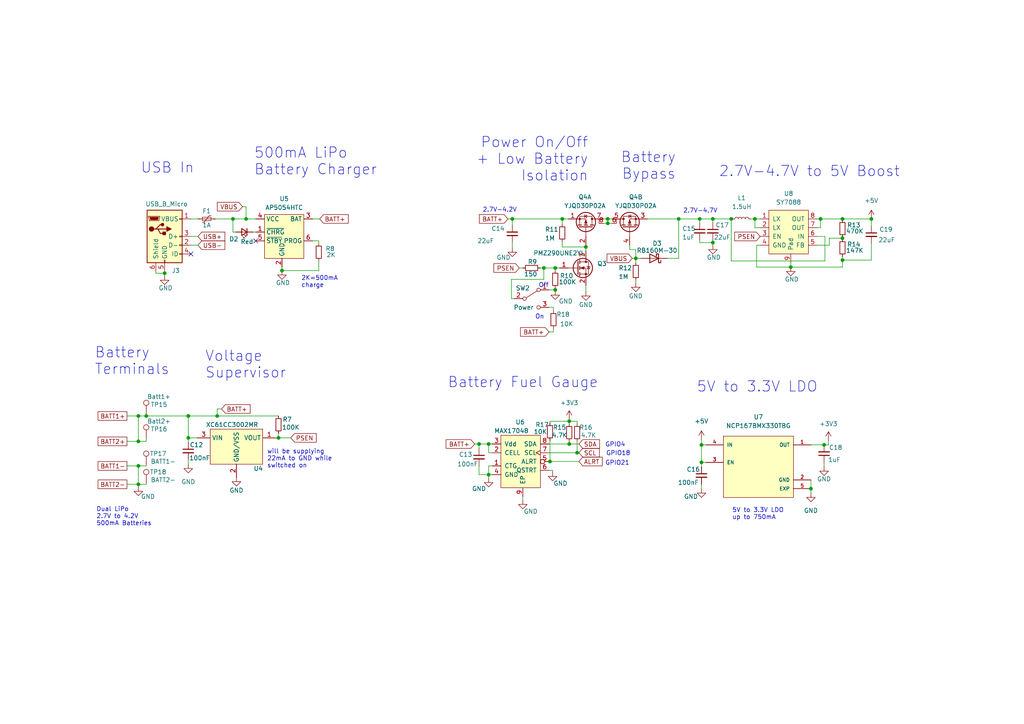
<source format=kicad_sch>
(kicad_sch (version 20211123) (generator eeschema)
  (paper "A4")
  (title_block (title "Team OpenSource Smartglasses") (date "2022-10-14") (rev "V0.4a") (comment 1 "2P Battery Version") (comment 2 "MIT License"))
  (lib_symbols
    (symbol "Connector:TestPoint" (pin_numbers hide) (pin_names (offset 0.762) hide)
      (property "Reference" "TP" (at 0 6.858 0))
      (property "Value" "TestPoint" (at 0 5.08 0))
      (symbol "TestPoint_0_1"
        (circle (center 0 3.302) (radius 0.762))
      )
      (symbol "TestPoint_1_1"
        (pin passive line (at 0 0 90) (length 2.54) (name "1") (number "1"))
      )
    )
    (symbol "Connector:USB_B_Micro" (pin_names (offset 1.016))
      (property "Reference" "J" (at -5.08 11.43 0))
      (property "Value" "USB_B_Micro" (at -5.08 8.89 0))
      (symbol "USB_B_Micro_0_1"
        (rectangle (start -5.08 -7.62) (end 5.08 7.62) (stroke (width 0.254)) (fill (type background)))
        (circle (center -3.81 2.159) (radius 0.635) (stroke (width 0.254)) (fill (type outline)))
        (circle (center -0.635 3.429) (radius 0.381) (stroke (width 0.254)) (fill (type outline)))
        (rectangle (start -0.127 -7.62) (end 0.127 -6.858))
        (polyline (pts (xy -1.905 2.159) (xy 0.635 2.159)) (stroke (width 0.254)))
        (polyline (pts (xy -3.175 2.159) (xy -2.54 2.159) (xy -1.27 3.429) (xy -0.635 3.429)) (stroke (width 0.254)))
        (polyline (pts (xy -2.54 2.159) (xy -1.905 2.159) (xy -1.27 0.889) (xy 0 0.889)) (stroke (width 0.254)))
        (polyline (pts (xy 0.635 2.794) (xy 0.635 1.524) (xy 1.905 2.159) (xy 0.635 2.794)) (stroke (width 0.254)) (fill (type outline)))
        (polyline (pts (xy -4.318 5.588) (xy -1.778 5.588) (xy -2.032 4.826) (xy -4.064 4.826) (xy -4.318 5.588)) (fill (type outline)))
        (polyline (pts (xy -4.699 5.842) (xy -4.699 5.588) (xy -4.445 4.826) (xy -4.445 4.572) (xy -1.651 4.572) (xy -1.651 4.826) (xy -1.397 5.588) (xy -1.397 5.842) (xy -4.699 5.842)))
        (rectangle (start 0.254 1.27) (end -0.508 0.508) (stroke (width 0.254)) (fill (type outline)))
        (rectangle (start 5.08 -5.207) (end 4.318 -4.953))
        (rectangle (start 5.08 -2.667) (end 4.318 -2.413))
        (rectangle (start 5.08 -0.127) (end 4.318 0.127))
        (rectangle (start 5.08 4.953) (end 4.318 5.207))
      )
      (symbol "USB_B_Micro_1_1"
        (pin power_out line (at 7.62 5.08 180) (length 2.54) (name "VBUS") (number "1"))
        (pin bidirectional line (at 7.62 -2.54 180) (length 2.54) (name "D-") (number "2"))
        (pin bidirectional line (at 7.62 0 180) (length 2.54) (name "D+") (number "3"))
        (pin passive line (at 7.62 -5.08 180) (length 2.54) (name "ID") (number "4"))
        (pin power_out line (at 0 -10.16 90) (length 2.54) (name "GND") (number "5"))
        (pin passive line (at -2.54 -10.16 90) (length 2.54) (name "Shield") (number "6"))
      )
    )
    (symbol "Device:C_Small" (pin_numbers hide) (pin_names (offset 0.254) hide)
      (property "Reference" "C" (at 0.254 1.778 0))
      (property "Value" "C_Small" (at 0.254 -2.032 0))
      (symbol "C_Small_0_1"
        (polyline (pts (xy -1.524 -0.508) (xy 1.524 -0.508)) (stroke (width 0.3302)))
        (polyline (pts (xy -1.524 0.508) (xy 1.524 0.508)) (stroke (width 0.3048)))
      )
      (symbol "C_Small_1_1"
        (pin passive line (at 0 2.54 270) (length 2.032) (name "~") (number "1"))
        (pin passive line (at 0 -2.54 90) (length 2.032) (name "~") (number "2"))
      )
    )
    (symbol "Device:D_Schottky" (pin_numbers hide) (pin_names (offset 1.016) hide)
      (property "Reference" "D" (at 0 2.54 0))
      (property "Value" "D_Schottky" (at 0 -2.54 0))
      (symbol "D_Schottky_0_1"
        (polyline (pts (xy 1.27 0) (xy -1.27 0)))
        (polyline (pts (xy 1.27 1.27) (xy 1.27 -1.27) (xy -1.27 0) (xy 1.27 1.27)) (stroke (width 0.254)))
        (polyline (pts (xy -1.905 0.635) (xy -1.905 1.27) (xy -1.27 1.27) (xy -1.27 -1.27) (xy -0.635 -1.27) (xy -0.635 -0.635)) (stroke (width 0.254)))
      )
      (symbol "D_Schottky_1_1"
        (pin passive line (at -3.81 0 0) (length 2.54) (name "K") (number "1"))
        (pin passive line (at 3.81 0 180) (length 2.54) (name "A") (number "2"))
      )
    )
    (symbol "Device:LED_Small" (pin_numbers hide) (pin_names (offset 0.254) hide)
      (property "Reference" "D" (at -1.27 3.175 0))
      (property "Value" "LED_Small" (at -4.445 -2.54 0))
      (symbol "LED_Small_0_1"
        (polyline (pts (xy -0.762 -1.016) (xy -0.762 1.016)) (stroke (width 0.254)))
        (polyline (pts (xy 1.016 0) (xy -0.762 0)))
        (polyline (pts (xy 0.762 -1.016) (xy -0.762 0) (xy 0.762 1.016) (xy 0.762 -1.016)) (stroke (width 0.254)))
        (polyline (pts (xy 0 0.762) (xy -0.508 1.27) (xy -0.254 1.27) (xy -0.508 1.27) (xy -0.508 1.016)))
        (polyline (pts (xy 0.508 1.27) (xy 0 1.778) (xy 0.254 1.778) (xy 0 1.778) (xy 0 1.524)))
      )
      (symbol "LED_Small_1_1"
        (pin passive line (at -2.54 0 0) (length 1.778) (name "K") (number "1"))
        (pin passive line (at 2.54 0 180) (length 1.778) (name "A") (number "2"))
      )
    )
    (symbol "Device:L_Small" (pin_numbers hide) (pin_names (offset 0.254) hide)
      (property "Reference" "L" (at 0.762 1.016 0))
      (property "Value" "L_Small" (at 0.762 -1.016 0))
      (symbol "L_Small_0_1"
        (arc (start 0 -2.032) (mid 0.508 -1.524) (end 0 -1.016))
        (arc (start 0 -1.016) (mid 0.508 -0.508) (end 0 0))
        (arc (start 0 0) (mid 0.508 0.508) (end 0 1.016))
        (arc (start 0 1.016) (mid 0.508 1.524) (end 0 2.032))
      )
      (symbol "L_Small_1_1"
        (pin passive line (at 0 2.54 270) (length 0.508) (name "~") (number "1"))
        (pin passive line (at 0 -2.54 90) (length 0.508) (name "~") (number "2"))
      )
    )
    (symbol "Device:Polyfuse_Small" (pin_numbers hide) (pin_names (offset 0))
      (property "Reference" "F" (at -1.905 0 90))
      (property "Value" "Polyfuse_Small" (at 1.905 0 90))
      (symbol "Polyfuse_Small_0_1"
        (rectangle (start -0.508 1.27) (end 0.508 -1.27))
        (polyline (pts (xy 0 2.54) (xy 0 -2.54)))
        (polyline (pts (xy -1.016 1.27) (xy -1.016 0.762) (xy 1.016 -0.762) (xy 1.016 -1.27)))
      )
      (symbol "Polyfuse_Small_1_1"
        (pin passive line (at 0 2.54 270) (length 0.635) (name "~") (number "1"))
        (pin passive line (at 0 -2.54 90) (length 0.635) (name "~") (number "2"))
      )
    )
    (symbol "Device:R_Small" (pin_numbers hide) (pin_names (offset 0.254) hide)
      (property "Reference" "R" (at 0.762 0.508 0))
      (property "Value" "R_Small" (at 0.762 -1.016 0))
      (symbol "R_Small_0_1"
        (rectangle (start -0.762 1.778) (end 0.762 -1.778) (stroke (width 0.2032)))
      )
      (symbol "R_Small_1_1"
        (pin passive line (at 0 2.54 270) (length 0.762) (name "~") (number "1"))
        (pin passive line (at 0 -2.54 90) (length 0.762) (name "~") (number "2"))
      )
    )
    (symbol "MAX17048_1" (pin_names (offset 1.016))
      (property "Reference" "U" (at 3.81 -10.16 0))
      (property "Value" "MAX17048_1" (at 0 7.62 0))
      (symbol "MAX17048_1_0_1"
        (rectangle (start -5.08 6.35) (end 6.35 -8.89) (fill (type background)))
      )
      (symbol "MAX17048_1_1_1"
        (pin input line (at -7.62 -2.54 0) (length 2.54) (name "CTG") (number "1"))
        (pin input line (at -7.62 1.27 0) (length 2.54) (name "CELL") (number "2"))
        (pin power_in line (at -7.62 3.81 0) (length 2.54) (name "Vdd") (number "3"))
        (pin power_in line (at -7.62 -5.08 0) (length 2.54) (name "GND") (number "4"))
        (pin output inverted (at 8.89 -1.27 180) (length 2.54) (name "ALRT") (number "5"))
        (pin input line (at 8.89 -3.81 180) (length 2.54) (name "QSTRT") (number "6"))
        (pin input clock (at 8.89 1.27 180) (length 2.54) (name "SCL") (number "7"))
        (pin bidirectional line (at 8.89 3.81 180) (length 2.54) (name "SDA") (number "8"))
        (pin power_in line (at 1.27 -11.43 90) (length 2.54) (name "EP") (number "9"))
      )
    )
    (symbol "NCP167BMX330TBG:NCP167BMX330TBG" (pin_names (offset 1.016))
      (property "Reference" "U" (at -10.16 7.62 0))
      (property "Value" "NCP167BMX330TBG" (at -10.16 -12.7 0))
      (symbol "NCP167BMX330TBG_0_0"
        (rectangle (start -10.16 -10.16) (end 10.16 7.62) (stroke (width 0.1524)) (fill (type background)))
        (pin output line (at 15.24 5.08 180) (length 5.08) (name "OUT") (number "1"))
        (pin power_in line (at 15.24 -5.08 180) (length 5.08) (name "GND") (number "2"))
        (pin input line (at -15.24 0 0) (length 5.08) (name "EN") (number "3"))
        (pin input line (at -15.24 5.08 0) (length 5.08) (name "IN") (number "4"))
        (pin power_in line (at 15.24 -7.62 180) (length 5.08) (name "EXP") (number "5"))
      )
    )
    (symbol "OSSG_components_lib:AP5054HTC"
      (property "Reference" "U" (at 0 8.89 0))
      (property "Value" "AP5054HTC" (at 0 6.35 0))
      (symbol "AP5054HTC_0_1"
        (rectangle (start -5.08 5.08) (end 6.35 -7.62) (fill (type background)))
      )
      (symbol "AP5054HTC_1_1"
        (pin output line (at -7.62 0 0) (length 2.54) (name "~{CHRG}") (number "1"))
        (pin power_in line (at 0 -10.16 90) (length 2.54) (name "GND") (number "2"))
        (pin power_in line (at 8.89 3.81 180) (length 2.54) (name "BAT") (number "3"))
        (pin power_in line (at -7.62 3.81 0) (length 2.54) (name "VCC") (number "4"))
        (pin output line (at -7.62 -2.54 0) (length 2.54) (name "~{STBY}") (number "5"))
        (pin passive line (at 8.89 -2.54 180) (length 2.54) (name "PROG") (number "6"))
      )
    )
    (symbol "OSSG_components_lib:PMZ290UNE2YL" (pin_names (offset 0) hide)
      (property "Reference" "Q" (at 5.08 1.27 0))
      (property "Value" "PMZ290UNE2YL" (at 5.08 -1.27 0))
      (symbol "PMZ290UNE2YL_0_1"
        (polyline (pts (xy 0.254 0) (xy -2.54 0)))
        (polyline (pts (xy 0.254 1.905) (xy 0.254 -1.905)) (stroke (width 0.254)))
        (polyline (pts (xy 0.762 -1.27) (xy 0.762 -2.286)) (stroke (width 0.254)))
        (polyline (pts (xy 0.762 0.508) (xy 0.762 -0.508)) (stroke (width 0.254)))
        (polyline (pts (xy 0.762 2.286) (xy 0.762 1.27)) (stroke (width 0.254)))
        (polyline (pts (xy 2.54 2.54) (xy 2.54 1.778)))
        (polyline (pts (xy 2.54 -2.54) (xy 2.54 0) (xy 0.762 0)))
        (polyline (pts (xy 0.762 -1.778) (xy 3.302 -1.778) (xy 3.302 1.778) (xy 0.762 1.778)))
        (polyline (pts (xy 1.016 0) (xy 2.032 0.381) (xy 2.032 -0.381) (xy 1.016 0)) (fill (type outline)))
        (polyline (pts (xy 2.794 0.508) (xy 2.921 0.381) (xy 3.683 0.381) (xy 3.81 0.254)))
        (polyline (pts (xy 3.302 0.381) (xy 2.921 -0.254) (xy 3.683 -0.254) (xy 3.302 0.381)))
        (circle (center 1.651 0) (radius 2.794) (stroke (width 0.254)))
        (circle (center 2.54 -1.778) (radius 0.254) (fill (type outline)))
        (circle (center 2.54 1.778) (radius 0.254) (fill (type outline)))
      )
      (symbol "PMZ290UNE2YL_1_1"
        (pin input line (at -5.08 0 0) (length 2.54) (name "G") (number "1"))
        (pin passive line (at 2.54 -5.08 90) (length 2.54) (name "S") (number "2"))
        (pin passive line (at 2.54 5.08 270) (length 2.54) (name "D") (number "3"))
      )
    )
    (symbol "OSSG_components_lib:SY7088" (pin_names (offset 1.016))
      (property "Reference" "U" (at -3.81 -7.62 0))
      (property "Value" "SY7088" (at 0 7.62 0))
      (symbol "SY7088_0_1"
        (rectangle (start -6.35 6.35) (end 5.08 -6.35) (fill (type background)))
      )
      (symbol "SY7088_1_1"
        (pin input line (at -8.89 3.81 0) (length 2.54) (name "LX") (number "1"))
        (pin input line (at -8.89 1.27 0) (length 2.54) (name "LX") (number "2"))
        (pin input line (at -8.89 -1.27 0) (length 2.54) (name "EN") (number "3"))
        (pin input line (at -8.89 -3.81 0) (length 2.54) (name "GND") (number "4"))
        (pin input line (at 7.62 -3.81 180) (length 2.54) (name "FB") (number "5"))
        (pin input line (at 7.62 -1.27 180) (length 2.54) (name "IN") (number "6"))
        (pin input line (at 7.62 1.27 180) (length 2.54) (name "OUT") (number "7"))
        (pin input line (at 7.62 3.81 180) (length 2.54) (name "OUT") (number "8"))
        (pin input line (at 0 -8.89 90) (length 2.54) (name "Pad") (number "9"))
      )
    )
    (symbol "OSSG_components_lib:XC61C_voltage_supervisor"
      (property "Reference" "U" (at 7.62 5.08 0))
      (property "Value" "XC61C_voltage_supervisor" (at 0 7.62 0))
      (symbol "XC61C_voltage_supervisor_1_1"
        (rectangle (start -7.62 3.81) (end 7.62 -6.35) (fill (type background)))
        (pin input line (at -11.43 1.27 0) (length 3.81) (name "VOUT") (number "1"))
        (pin bidirectional line (at 0 -10.16 90) (length 3.81) (name "GND/VSS") (number "2"))
        (pin bidirectional line (at 11.43 1.27 180) (length 3.81) (name "VIN") (number "3"))
      )
    )
    (symbol "OSSG_components_lib:YJQD30P02A" (pin_names (offset 0) hide)
      (property "Reference" "Q" (at 6.35 1.27 0))
      (property "Value" "YJQD30P02A" (at 19.05 -1.27 0))
      (symbol "YJQD30P02A_0_1"
        (polyline (pts (xy 0.254 0) (xy -2.54 0)))
        (polyline (pts (xy 0.254 1.905) (xy 0.254 -1.905)) (stroke (width 0.254)))
        (polyline (pts (xy 0.762 -1.27) (xy 0.762 -2.286)) (stroke (width 0.254)))
        (polyline (pts (xy 0.762 0.508) (xy 0.762 -0.508)) (stroke (width 0.254)))
        (polyline (pts (xy 0.762 2.286) (xy 0.762 1.27)) (stroke (width 0.254)))
        (polyline (pts (xy 1.27 3.81) (xy 2.54 3.81)))
        (polyline (pts (xy 2.54 2.54) (xy 2.54 1.778)))
        (polyline (pts (xy 2.54 -2.54) (xy 2.54 0) (xy 0.762 0)))
        (polyline (pts (xy 0.762 1.778) (xy 3.302 1.778) (xy 3.302 -1.778) (xy 0.762 -1.778)))
        (polyline (pts (xy 2.286 0) (xy 1.27 0.381) (xy 1.27 -0.381) (xy 2.286 0)) (fill (type outline)))
        (polyline (pts (xy 2.794 -0.508) (xy 2.921 -0.381) (xy 3.683 -0.381) (xy 3.81 -0.254)))
        (polyline (pts (xy 3.302 -0.381) (xy 2.921 0.254) (xy 3.683 0.254) (xy 3.302 -0.381)))
        (circle (center 1.651 0) (radius 2.794) (stroke (width 0.254)))
        (circle (center 2.54 -1.778) (radius 0.254) (fill (type outline)))
        (circle (center 2.54 1.778) (radius 0.254) (fill (type outline)))
      )
      (symbol "YJQD30P02A_1_1"
        (pin passive line (at 2.54 -5.08 90) (length 2.54) (name "S2") (number "1"))
        (pin input line (at -5.08 0 0) (length 2.54) (name "G2") (number "2"))
        (pin passive line (at 2.54 5.08 270) (length 2.54) (name "D2") (number "7"))
        (pin passive line (at 1.27 5.08 270) (length 1.1938) (name "D2") (number "8"))
      )
      (symbol "YJQD30P02A_2_1"
        (pin passive line (at 2.54 -5.08 90) (length 2.54) (name "S2") (number "3"))
        (pin input line (at -5.08 0 0) (length 2.54) (name "G2") (number "4"))
        (pin passive line (at 2.54 5.08 270) (length 2.54) (name "D2") (number "5"))
        (pin passive line (at 1.27 5.08 270) (length 1.1938) (name "D2") (number "6"))
      )
    )
    (symbol "Switch:SW_SPDT" (pin_names (offset 0) hide)
      (property "Reference" "SW" (at 0 4.318 0))
      (property "Value" "SW_SPDT" (at 0 -5.08 0))
      (symbol "SW_SPDT_0_0"
        (circle (center -2.032 0) (radius 0.508))
        (circle (center 2.032 -2.54) (radius 0.508))
      )
      (symbol "SW_SPDT_0_1"
        (polyline (pts (xy -1.524 0.254) (xy 1.651 2.286)))
        (circle (center 2.032 2.54) (radius 0.508))
      )
      (symbol "SW_SPDT_1_1"
        (pin passive line (at 5.08 2.54 180) (length 2.54) (name "A") (number "1"))
        (pin passive line (at -5.08 0 0) (length 2.54) (name "B") (number "2"))
        (pin passive line (at 5.08 -2.54 180) (length 2.54) (name "C") (number "3"))
      )
    )
    (symbol "power:+3.3V" (power) (pin_names (offset 0))
      (property "Value" "+3.3V" (at 0 3.556 0))
      (symbol "+3.3V_0_1"
        (polyline (pts (xy -0.762 1.27) (xy 0 2.54)))
        (polyline (pts (xy 0 0) (xy 0 2.54)))
        (polyline (pts (xy 0 2.54) (xy 0.762 1.27)))
      )
      (symbol "+3.3V_1_1"
        (pin power_in line (at 0 0 90) (length 0) hide (name "+3V3") (number "1"))
      )
    )
    (symbol "power:+5V" (power) (pin_names (offset 0))
      (property "Value" "+5V" (at 0 3.556 0))
      (symbol "+5V_0_1"
        (polyline (pts (xy -0.762 1.27) (xy 0 2.54)))
        (polyline (pts (xy 0 0) (xy 0 2.54)))
        (polyline (pts (xy 0 2.54) (xy 0.762 1.27)))
      )
      (symbol "+5V_1_1"
        (pin power_in line (at 0 0 90) (length 0) hide (name "+5V") (number "1"))
      )
    )
    (symbol "power:GND" (power) (pin_names (offset 0))
      (property "Value" "GND" (at 0 -3.81 0))
      (symbol "GND_0_1"
        (polyline (pts (xy 0 0) (xy 0 -1.27) (xy 1.27 -1.27) (xy 0 -2.54) (xy -1.27 -1.27) (xy 0 -1.27)))
      )
      (symbol "GND_1_1"
        (pin power_in line (at 0 0 270) (length 0) hide (name "GND") (number "1"))
      )
    )
  )
  (junction (at 67.564 63.5))
  (junction (at 229.362 77.47))
  (junction (at 176.276 64.77))
  (junction (at 244.348 75.438))
  (junction (at 244.348 69.088))
  (junction (at 141.732 137.668))
  (junction (at 218.948 63.5))
  (junction (at 54.61 127))
  (junction (at 54.61 120.65))
  (junction (at 161.036 84.074))
  (junction (at 196.85 63.5))
  (junction (at 81.788 78.486))
  (junction (at 141.732 128.778))
  (junction (at 40.132 140.462))
  (junction (at 71.374 63.5))
  (junction (at 252.73 63.5))
  (junction (at 203.454 134.112))
  (junction (at 138.938 128.778))
  (junction (at 206.756 63.5))
  (junction (at 202.946 63.5))
  (junction (at 239.014 129.032))
  (junction (at 212.09 63.5))
  (junction (at 62.992 120.65))
  (junction (at 165.1 122.174))
  (junction (at 40.132 120.65))
  (junction (at 163.068 63.5))
  (junction (at 167.386 131.318))
  (junction (at 42.418 120.65))
  (junction (at 203.454 129.032))
  (junction (at 237.998 63.5))
  (junction (at 176.276 63.5))
  (junction (at 169.926 71.628))
  (junction (at 157.734 77.724))
  (junction (at 244.348 63.5))
  (junction (at 40.132 135.128))
  (junction (at 47.752 79.248))
  (junction (at 148.59 63.5))
  (junction (at 40.132 128.016))
  (junction (at 184.404 74.93))
  (junction (at 165.1 128.778))
  (junction (at 161.036 77.724))
  (junction (at 206.756 70.358))
  (junction (at 80.772 127))
  (junction (at 235.204 141.732))
  (junction (at 159.512 133.858))
  (no_connect (at 55.372 73.66))
  (no_connect (at 74.168 69.85))
  (wire (pts (xy 42.418 120.65) (xy 42.418 120.142)))
  (wire (pts (xy 169.926 82.804) (xy 169.926 84.582)))
  (wire (pts (xy 202.946 70.358) (xy 206.756 70.358)))
  (wire (pts (xy 159.258 128.778) (xy 165.1 128.778)))
  (wire (pts (xy 206.756 63.5) (xy 206.756 64.516)))
  (wire (pts (xy 239.268 75.692) (xy 239.268 68.58)))
  (wire (pts (xy 42.418 120.65) (xy 54.61 120.65)))
  (wire (pts (xy 142.748 131.318) (xy 141.732 131.318)))
  (wire (pts (xy 229.362 77.47) (xy 229.362 76.2)))
  (wire (pts (xy 141.732 131.318) (xy 141.732 128.778)))
  (wire (pts (xy 244.348 74.422) (xy 244.348 75.438)))
  (wire (pts (xy 148.59 70.358) (xy 148.59 71.882)))
  (wire (pts (xy 40.132 120.65) (xy 36.83 120.65)))
  (wire (pts (xy 203.454 134.112) (xy 203.454 135.382)))
  (wire (pts (xy 159.258 89.154) (xy 160.528 89.154)))
  (wire (pts (xy 239.014 129.032) (xy 240.284 129.032)))
  (wire (pts (xy 138.938 135.128) (xy 138.938 137.668)))
  (wire (pts (xy 220.472 66.04) (xy 218.948 66.04)))
  (wire (pts (xy 244.348 63.5) (xy 244.348 63.754)))
  (wire (pts (xy 235.204 141.732) (xy 235.204 143.002)))
  (wire (pts (xy 212.09 63.5) (xy 212.09 75.692)))
  (wire (pts (xy 54.61 133.35) (xy 54.61 134.62)))
  (wire (pts (xy 73.406 67.31) (xy 74.168 67.31)))
  (wire (pts (xy 40.132 135.128) (xy 40.132 140.462)))
  (wire (pts (xy 141.732 128.778) (xy 142.748 128.778)))
  (wire (pts (xy 42.418 140.462) (xy 40.132 140.462)))
  (wire (pts (xy 184.404 72.39) (xy 184.404 74.93)))
  (wire (pts (xy 62.484 63.5) (xy 67.564 63.5)))
  (wire (pts (xy 239.268 68.58) (xy 236.982 68.58)))
  (wire (pts (xy 156.718 77.724) (xy 157.734 77.724)))
  (wire (pts (xy 193.548 74.93) (xy 196.85 74.93)))
  (wire (pts (xy 204.724 134.112) (xy 203.454 134.112)))
  (wire (pts (xy 182.626 71.12) (xy 182.626 72.39)))
  (wire (pts (xy 80.772 125.73) (xy 80.772 127)))
  (wire (pts (xy 54.61 127) (xy 54.61 128.27)))
  (wire (pts (xy 42.418 127.254) (xy 42.418 128.016)))
  (wire (pts (xy 161.036 84.074) (xy 161.036 84.328)))
  (wire (pts (xy 151.638 144.018) (xy 151.638 145.034)))
  (wire (pts (xy 184.404 81.28) (xy 184.404 82.042)))
  (wire (pts (xy 182.626 72.39) (xy 184.404 72.39)))
  (wire (pts (xy 67.564 63.5) (xy 71.374 63.5)))
  (wire (pts (xy 42.418 140.208) (xy 42.418 140.462)))
  (wire (pts (xy 90.678 63.5) (xy 92.71 63.5)))
  (wire (pts (xy 150.622 77.724) (xy 151.638 77.724)))
  (wire (pts (xy 176.276 63.5) (xy 177.546 63.5)))
  (wire (pts (xy 167.386 131.318) (xy 167.894 131.318)))
  (wire (pts (xy 71.374 59.944) (xy 71.374 63.5)))
  (wire (pts (xy 157.734 81.026) (xy 157.734 77.724)))
  (wire (pts (xy 165.1 122.174) (xy 167.386 122.174)))
  (wire (pts (xy 218.948 63.5) (xy 220.472 63.5)))
  (wire (pts (xy 176.276 64.77) (xy 177.546 64.77)))
  (wire (pts (xy 159.258 131.318) (xy 167.386 131.318)))
  (wire (pts (xy 184.404 74.93) (xy 184.404 76.2)))
  (wire (pts (xy 165.1 122.936) (xy 165.1 122.174)))
  (wire (pts (xy 163.068 63.5) (xy 164.846 63.5)))
  (wire (pts (xy 138.938 128.778) (xy 141.732 128.778)))
  (wire (pts (xy 206.756 69.596) (xy 206.756 70.358)))
  (wire (pts (xy 57.15 127) (xy 54.61 127)))
  (wire (pts (xy 175.006 63.5) (xy 176.276 63.5)))
  (wire (pts (xy 236.982 63.5) (xy 237.998 63.5)))
  (wire (pts (xy 220.472 71.12) (xy 219.456 71.12)))
  (wire (pts (xy 240.284 127.762) (xy 240.284 129.032)))
  (wire (pts (xy 212.598 63.5) (xy 212.09 63.5)))
  (wire (pts (xy 219.456 71.12) (xy 219.456 77.47)))
  (wire (pts (xy 169.926 71.12) (xy 169.926 71.628)))
  (wire (pts (xy 80.772 120.65) (xy 62.992 120.65)))
  (wire (pts (xy 161.036 77.724) (xy 162.306 77.724)))
  (wire (pts (xy 62.992 118.618) (xy 64.262 118.618)))
  (wire (pts (xy 206.756 70.358) (xy 206.756 71.12)))
  (wire (pts (xy 157.734 77.724) (xy 161.036 77.724)))
  (wire (pts (xy 244.348 69.088) (xy 244.348 69.342)))
  (wire (pts (xy 212.09 63.5) (xy 206.756 63.5)))
  (wire (pts (xy 40.132 140.462) (xy 40.132 141.224)))
  (wire (pts (xy 237.998 63.5) (xy 244.348 63.5)))
  (wire (pts (xy 55.372 71.12) (xy 57.404 71.12)))
  (wire (pts (xy 203.454 129.032) (xy 204.724 129.032)))
  (wire (pts (xy 159.258 133.858) (xy 159.512 133.858)))
  (wire (pts (xy 203.454 140.462) (xy 203.454 141.732)))
  (wire (pts (xy 159.258 84.074) (xy 161.036 84.074)))
  (wire (pts (xy 165.1 121.666) (xy 165.1 122.174)))
  (wire (pts (xy 36.83 135.128) (xy 40.132 135.128)))
  (wire (pts (xy 160.528 89.154) (xy 160.528 90.17)))
  (wire (pts (xy 167.386 122.174) (xy 167.386 122.936)))
  (wire (pts (xy 184.404 74.93) (xy 185.928 74.93)))
  (wire (pts (xy 138.938 128.778) (xy 138.938 130.048)))
  (wire (pts (xy 55.372 68.58) (xy 57.404 68.58)))
  (wire (pts (xy 40.132 120.65) (xy 40.132 128.016)))
  (wire (pts (xy 148.59 63.5) (xy 148.59 65.278)))
  (wire (pts (xy 237.998 66.04) (xy 236.982 66.04)))
  (wire (pts (xy 159.512 133.858) (xy 167.894 133.858)))
  (wire (pts (xy 206.756 63.5) (xy 202.946 63.5)))
  (wire (pts (xy 62.992 118.618) (xy 62.992 120.65)))
  (wire (pts (xy 159.258 136.398) (xy 160.274 136.398)))
  (wire (pts (xy 90.678 69.85) (xy 92.456 69.85)))
  (wire (pts (xy 240.538 69.088) (xy 244.348 69.088)))
  (wire (pts (xy 163.068 70.104) (xy 163.068 71.628)))
  (wire (pts (xy 36.83 128.016) (xy 40.132 128.016)))
  (wire (pts (xy 244.348 69.088) (xy 244.348 68.834)))
  (wire (pts (xy 138.938 137.668) (xy 141.732 137.668)))
  (wire (pts (xy 183.388 74.93) (xy 184.404 74.93)))
  (wire (pts (xy 148.59 63.5) (xy 163.068 63.5)))
  (wire (pts (xy 148.336 86.614) (xy 149.098 86.614)))
  (wire (pts (xy 196.85 63.5) (xy 196.85 74.93)))
  (wire (pts (xy 159.258 96.266) (xy 160.528 96.266)))
  (wire (pts (xy 42.418 135.128) (xy 42.418 134.874)))
  (wire (pts (xy 237.998 63.5) (xy 237.998 66.04)))
  (wire (pts (xy 161.036 77.724) (xy 161.036 78.486)))
  (wire (pts (xy 165.1 128.016) (xy 165.1 128.778)))
  (wire (pts (xy 163.068 63.5) (xy 163.068 65.024)))
  (wire (pts (xy 217.678 63.5) (xy 218.948 63.5)))
  (wire (pts (xy 80.772 127) (xy 80.01 127)))
  (wire (pts (xy 148.336 81.026) (xy 157.734 81.026)))
  (wire (pts (xy 240.538 71.12) (xy 240.538 69.088)))
  (wire (pts (xy 80.772 127) (xy 84.328 127)))
  (wire (pts (xy 167.386 131.318) (xy 167.386 128.016)))
  (wire (pts (xy 203.454 127.508) (xy 203.454 129.032)))
  (wire (pts (xy 147.32 63.5) (xy 148.59 63.5)))
  (wire (pts (xy 176.276 63.5) (xy 176.276 64.77)))
  (wire (pts (xy 244.348 75.438) (xy 244.348 77.47)))
  (wire (pts (xy 235.204 129.032) (xy 239.014 129.032)))
  (wire (pts (xy 40.132 135.128) (xy 42.418 135.128)))
  (wire (pts (xy 141.732 135.128) (xy 141.732 137.668)))
  (wire (pts (xy 236.982 71.12) (xy 240.538 71.12)))
  (wire (pts (xy 159.512 122.682) (xy 159.512 122.174)))
  (wire (pts (xy 169.926 71.628) (xy 169.926 72.644)))
  (wire (pts (xy 160.274 136.398) (xy 160.274 136.906)))
  (wire (pts (xy 40.132 120.65) (xy 42.418 120.65)))
  (wire (pts (xy 244.348 77.47) (xy 229.362 77.47)))
  (wire (pts (xy 244.348 63.5) (xy 252.73 63.5)))
  (wire (pts (xy 142.748 135.128) (xy 141.732 135.128)))
  (wire (pts (xy 175.006 64.77) (xy 176.276 64.77)))
  (wire (pts (xy 212.09 75.692) (xy 239.268 75.692)))
  (wire (pts (xy 71.374 63.5) (xy 74.168 63.5)))
  (wire (pts (xy 141.732 137.668) (xy 141.732 138.684)))
  (wire (pts (xy 55.372 63.5) (xy 57.404 63.5)))
  (wire (pts (xy 196.85 63.5) (xy 202.946 63.5)))
  (wire (pts (xy 137.668 128.778) (xy 138.938 128.778)))
  (wire (pts (xy 202.946 63.5) (xy 202.946 64.516)))
  (wire (pts (xy 165.1 128.778) (xy 167.894 128.778)))
  (wire (pts (xy 141.732 137.668) (xy 142.748 137.668)))
  (wire (pts (xy 92.456 75.692) (xy 92.456 78.486)))
  (wire (pts (xy 47.752 79.248) (xy 47.752 80.01)))
  (wire (pts (xy 68.326 67.31) (xy 67.564 67.31)))
  (wire (pts (xy 160.528 96.266) (xy 160.528 95.25)))
  (wire (pts (xy 148.336 81.026) (xy 148.336 86.614)))
  (wire (pts (xy 47.752 78.74) (xy 47.752 79.248)))
  (wire (pts (xy 45.212 79.248) (xy 45.212 78.74)))
  (wire (pts (xy 252.73 75.438) (xy 244.348 75.438)))
  (wire (pts (xy 235.204 139.192) (xy 235.204 141.732)))
  (wire (pts (xy 36.83 140.462) (xy 40.132 140.462)))
  (wire (pts (xy 47.752 79.248) (xy 45.212 79.248)))
  (wire (pts (xy 161.036 83.566) (xy 161.036 84.074)))
  (wire (pts (xy 81.788 78.486) (xy 81.788 77.47)))
  (wire (pts (xy 187.706 63.5) (xy 196.85 63.5)))
  (wire (pts (xy 54.61 120.65) (xy 54.61 127)))
  (wire (pts (xy 92.456 69.85) (xy 92.456 70.612)))
  (wire (pts (xy 92.456 78.486) (xy 81.788 78.486)))
  (wire (pts (xy 203.454 134.112) (xy 203.454 129.032)))
  (wire (pts (xy 252.73 70.612) (xy 252.73 75.438)))
  (wire (pts (xy 163.068 71.628) (xy 169.926 71.628)))
  (wire (pts (xy 218.948 66.04) (xy 218.948 63.5)))
  (wire (pts (xy 159.512 122.174) (xy 165.1 122.174)))
  (wire (pts (xy 219.456 77.47) (xy 229.362 77.47)))
  (wire (pts (xy 70.358 59.944) (xy 71.374 59.944)))
  (wire (pts (xy 252.73 63.5) (xy 252.73 65.532)))
  (wire (pts (xy 62.992 120.65) (xy 54.61 120.65)))
  (wire (pts (xy 239.014 134.112) (xy 239.014 135.382)))
  (wire (pts (xy 159.512 127.762) (xy 159.512 133.858)))
  (wire (pts (xy 67.564 67.31) (xy 67.564 63.5)))
  (wire (pts (xy 202.946 69.596) (xy 202.946 70.358)))
  (wire (pts (xy 42.418 128.016) (xy 40.132 128.016)))
  (text "USB In" (at 56.388 50.546 180) (effects (font (size 3 3)) (justify right bottom)))
  (text "Battery Fuel Gauge\n" (at 129.794 112.776 0) (effects (font (size 3 3)) (justify left bottom)))
  (text "2.7V-4.7V to 5V Boost" (at 261.112 51.562 180) (effects (font (size 3 3)) (justify right bottom)))
  (text "5V to 3.3V LDO" (at 237.236 114.046 180) (effects (font (size 3 3)) (justify right bottom)))
  (text "Power On/Off\n+ Low Battery\nIsolation" (at 170.688 52.832 180) (effects (font (size 3 3)) (justify right bottom)))
  (text "2.7V-4.2V" (at 139.954 61.722 0) (effects (font (size 1.27 1.27)) (justify left bottom)))
  (text "GPIO18" (at 175.768 132.334 0) (effects (font (size 1.27 1.27)) (justify left bottom)))
  (text "5V to 3.3V LDO\nup to 750mA" (at 212.344 150.876 0) (effects (font (size 1.27 1.27)) (justify left bottom)))
  (text "Off" (at 156.21 83.566 0) (effects (font (size 1.27 1.27)) (justify left bottom)))
  (text "Battery\nBypass" (at 196.088 52.324 180) (effects (font (size 3 3)) (justify right bottom)))
  (text "Dual LiPo\n2.7V to 4.2V \n500mA Batteries" (at 27.94 152.654 0) (effects (font (size 1.27 1.27)) (justify left bottom)))
  (text "2K=500mA\ncharge" (at 87.376 83.566 0) (effects (font (size 1.27 1.27)) (justify left bottom)))
  (text "Battery\nTerminals" (at 27.432 108.966 0) (effects (font (size 3 3)) (justify left bottom)))
  (text "Voltage\nSupervisor" (at 59.436 109.982 0) (effects (font (size 3 3)) (justify left bottom)))
  (text "GPIO4" (at 175.514 129.794 0) (effects (font (size 1.27 1.27)) (justify left bottom)))
  (text "500mA LiPo\nBattery Charger" (at 73.66 51.054 0) (effects (font (size 3 3)) (justify left bottom)))
  (text "On" (at 155.194 92.71 0) (effects (font (size 1.27 1.27)) (justify left bottom)))
  (text "GPIO21" (at 175.514 135.128 0) (effects (font (size 1.27 1.27)) (justify left bottom)))
  (text "will be supplying\n22mA to GND while\nswitched on" (at 77.47 135.89 0) (effects (font (size 1.27 1.27)) (justify left bottom)))
  (text "2.7V-4.7V" (at 198.12 61.976 0) (effects (font (size 1.27 1.27)) (justify left bottom)))
  (global_label "VBUS" (shape input) (at 183.388 74.93 180) (property "Intersheet References" "${INTERSHEET_REFS}" (effects hide)))
  (global_label "BATT1-" (shape passive) (at 36.83 135.128 180) (property "Intersheet References" "${INTERSHEET_REFS}" (effects hide)))
  (global_label "BATT+" (shape input) (at 159.258 96.266 180) (property "Intersheet References" "${INTERSHEET_REFS}" (effects hide)))
  (global_label "PSEN" (shape input) (at 220.472 68.58 180) (property "Intersheet References" "${INTERSHEET_REFS}" (effects hide)))
  (global_label "SCL" (shape input) (at 167.894 131.318 0) (property "Intersheet References" "${INTERSHEET_REFS}" (effects hide)))
  (global_label "BATT+" (shape input) (at 137.668 128.778 180) (property "Intersheet References" "${INTERSHEET_REFS}" (effects hide)))
  (global_label "ALRT" (shape input) (at 167.894 133.858 0) (property "Intersheet References" "${INTERSHEET_REFS}" (effects hide)))
  (global_label "BATT1+" (shape passive) (at 36.83 120.65 180) (property "Intersheet References" "${INTERSHEET_REFS}" (effects hide)))
  (global_label "BATT+" (shape input) (at 64.262 118.618 0) (property "Intersheet References" "${INTERSHEET_REFS}" (effects hide)))
  (global_label "USB+" (shape input) (at 57.404 68.58 0) (property "Intersheet References" "${INTERSHEET_REFS}" (effects hide)))
  (global_label "USB-" (shape input) (at 57.404 71.12 0) (property "Intersheet References" "${INTERSHEET_REFS}" (effects hide)))
  (global_label "PSEN" (shape input) (at 150.622 77.724 180) (property "Intersheet References" "${INTERSHEET_REFS}" (effects hide)))
  (global_label "SDA" (shape input) (at 167.894 128.778 0) (property "Intersheet References" "${INTERSHEET_REFS}" (effects hide)))
  (global_label "BATT2+" (shape passive) (at 36.83 128.016 180) (property "Intersheet References" "${INTERSHEET_REFS}" (effects hide)))
  (global_label "BATT+" (shape input) (at 147.32 63.5 180) (property "Intersheet References" "${INTERSHEET_REFS}" (effects hide)))
  (global_label "VBUS" (shape input) (at 70.358 59.944 180) (property "Intersheet References" "${INTERSHEET_REFS}" (effects hide)))
  (global_label "BATT2-" (shape passive) (at 36.83 140.462 180) (property "Intersheet References" "${INTERSHEET_REFS}" (effects hide)))
  (global_label "BATT+" (shape input) (at 92.71 63.5 0) (property "Intersheet References" "${INTERSHEET_REFS}" (effects hide)))
  (global_label "PSEN" (shape input) (at 84.328 127 0) (property "Intersheet References" "${INTERSHEET_REFS}" (effects hide)))
  (symbol (lib_id "power:GND") (at 141.732 138.684 0) (unit 1)
    (property "Reference" "#PWR032" (effects hide))
    (property "Value" "GND" (at 138.938 141.732 0))
  )
  (symbol (lib_id "Device:R_Small") (at 244.348 66.294 180) (unit 1)
    (property "Reference" "R13" (at 247.65 65.278 0))
    (property "Value" "470K" (at 247.904 67.056 0))
    (property "Footprint" "Resistor_SMD:R_0402_1005Metric" (effects hide))
    (property "MPN_LCSC" "1" (effects hide))
    (property "Price_LCSC" "0.0005" (effects hide))
  )
  (symbol (lib_id "Switch:SW_SPDT") (at 154.178 86.614 0) (unit 1)
    (property "Reference" "SW2" (at 151.638 83.566 0))
    (property "Value" "Power" (at 151.892 89.154 0))
    (property "Footprint" "OSSG_footprints:SW_SMD_SPDT_Slide_9x6.9-hole" (effects hide))
    (property "P/N" "C145858" (effects hide))
  )
  (symbol (lib_id "Device:R_Small") (at 161.036 81.026 180) (unit 1)
    (property "Reference" "R10" (at 164.338 80.01 0))
    (property "Value" "100K" (at 164.592 81.788 0))
    (property "Footprint" "Resistor_SMD:R_0402_1005Metric" (effects hide))
    (property "MPN_LCSC" "1" (effects hide))
    (property "Price_LCSC" "0.0005" (effects hide))
  )
  (symbol (lib_id "Device:R_Small") (at 165.1 125.476 0) (mirror y) (unit 1)
    (property "Reference" "R15" (at 162.306 123.952 0))
    (property "Value" "4.7K" (at 162.306 126.238 0))
    (property "Footprint" "Resistor_SMD:R_0402_1005Metric" (effects hide))
    (property "MPN_LCSC" "C106234" (effects hide))
    (property "Price_LCSC" "0.0005" (effects hide))
  )
  (symbol (lib_id "power:GND") (at 47.752 80.01 0) (unit 1)
    (property "Reference" "#PWR027" (effects hide))
    (property "Value" "GND" (at 48.0314 83.5406 0))
  )
  (symbol (lib_id "Device:L_Small") (at 215.138 63.5 90) (unit 1)
    (property "Reference" "L1" (at 215.138 57.404 90))
    (property "Value" "1.5uH" (at 215.138 59.944 90))
    (property "Footprint" "OSSG_footprints:1.5uH_YXMAA0402-1R5M-ANP" (effects hide))
    (property "P/N" "C241335" (effects hide))
  )
  (symbol (lib_id "Device:R_Small") (at 244.348 71.882 180) (unit 1)
    (property "Reference" "R14" (at 247.65 70.866 0))
    (property "Value" "147K" (at 247.904 72.644 0))
    (property "Footprint" "Resistor_SMD:R_0402_1005Metric" (effects hide))
    (property "MPN_LCSC" "1" (effects hide))
    (property "Price_LCSC" "0.0005" (effects hide))
  )
  (symbol (lib_id "Connector:TestPoint") (at 42.418 134.874 0) (unit 1)
    (property "Reference" "TP17" (at 43.434 131.572 0) (effects (justify left)))
    (property "Value" "BATT1-" (at 43.688 133.858 0) (effects (justify left)))
    (property "Footprint" "OSSG_footprints:Breakout_pads" (effects hide))
  )
  (symbol (lib_name "MAX17048_1") (lib_id "OSSG_components_lib:MAX17048") (at 150.368 132.588 0) (unit 1)
    (property "Reference" "U6" (at 150.876 122.428 0))
    (property "Value" "MAX17048" (at 148.336 124.968 0))
    (property "Footprint" "Package_DFN_QFN:DFN-8-1EP_2x2mm_P0.5mm_EP0.8x1.6mm" (effects hide))
  )
  (symbol (lib_id "power:GND") (at 203.454 141.732 0) (unit 1)
    (property "Reference" "#PWR040" (effects hide))
    (property "Value" "GND" (at 200.406 144.018 0))
  )
  (symbol (lib_id "Device:C_Small") (at 138.938 132.588 0) (unit 1)
    (property "Reference" "C13" (at 133.096 131.826 0) (effects (justify left)))
    (property "Value" "100nF" (at 132.588 134.62 0) (effects (justify left)))
    (property "Footprint" "Capacitor_SMD:C_0402_1005Metric" (effects hide))
    (property "Datasheet" "https://search.murata.co.jp/Ceramy/image/img/A01X/G101/ENG/GRT155C80J105KE01-01.pdf" (effects hide))
    (property "DigiKeyLink" "https://www.digikey.ca/en/products/detail/murata-electronics/GRT155C80J105KE01J/13904934" (effects hide))
    (property "Price" "0.0448" (effects hide))
    (property "MPN" "490-GRT155C80J105KE01JCT-ND" (effects hide))
    (property "MPN_LCSC" "C14445" (effects hide))
    (property "Price_LCSC" "0.0018" (effects hide))
    (property "LCSCLink" "https://lcsc.com/product-detail/Multilayer-Ceramic-Capacitors-MLCC-SMD-SMT_Samsung-Electro-Mechanics-CL05A105KP5NNNC_C14445.html" (effects hide))
  )
  (symbol (lib_id "power:+3.3V") (at 240.284 127.762 0) (unit 1)
    (property "Reference" "#PWR045" (effects hide))
    (property "Value" "+3.3V" (at 240.284 122.936 0))
  )
  (symbol (lib_id "Connector:TestPoint") (at 42.418 127.254 0) (unit 1)
    (property "Reference" "TP16" (at 43.688 124.46 0) (effects (justify left)))
    (property "Value" "Batt2+" (at 42.672 122.174 0) (effects (justify left)))
    (property "Footprint" "OSSG_footprints:Breakout_pads" (effects hide))
  )
  (symbol (lib_id "Device:C_Small") (at 206.756 67.056 0) (unit 1)
    (property "Reference" "C17" (at 207.518 65.278 0) (effects (justify left)))
    (property "Value" "22uF" (at 207.01 68.834 0) (effects (justify left)))
    (property "Footprint" "Capacitor_SMD:C_0402_1005Metric" (effects hide))
    (property "Datasheet" "https://search.murata.co.jp/Ceramy/image/img/A01X/G101/ENG/GRT155C80J105KE01-01.pdf" (effects hide))
    (property "DigiKeyLink" "https://www.digikey.ca/en/products/detail/murata-electronics/GRT155C80J105KE01J/13904934" (effects hide))
    (property "Price" "0.0448" (effects hide))
    (property "MPN" "490-GRT155C80J105KE01JCT-ND" (effects hide))
    (property "MPN_LCSC" "C14445" (effects hide))
    (property "Price_LCSC" "0.0018" (effects hide))
    (property "LCSCLink" "https://lcsc.com/product-detail/Multilayer-Ceramic-Capacitors-MLCC-SMD-SMT_Samsung-Electro-Mechanics-CL05A105KP5NNNC_C14445.html" (effects hide))
  )
  (symbol (lib_id "power:GND") (at 151.638 145.034 0) (unit 1)
    (property "Reference" "#PWR034" (effects hide))
    (property "Value" "GND" (at 153.924 148.336 0))
  )
  (symbol (lib_id "Connector:TestPoint") (at 42.418 140.208 0) (unit 1)
    (property "Reference" "TP18" (at 43.434 136.906 0) (effects (justify left)))
    (property "Value" "BATT2-" (at 43.688 139.192 0) (effects (justify left)))
    (property "Footprint" "OSSG_footprints:Breakout_pads" (effects hide))
  )
  (symbol (lib_id "power:GND") (at 235.204 143.002 0) (unit 1)
    (property "Reference" "#PWR043" (effects hide))
    (property "Value" "GND" (at 235.204 148.082 0))
  )
  (symbol (lib_id "power:+5V") (at 203.454 127.508 0) (unit 1)
    (property "Reference" "#PWR039" (effects hide))
    (property "Value" "+5V" (at 203.454 122.174 0))
  )
  (symbol (lib_id "power:+3.3V") (at 165.1 121.666 0) (unit 1)
    (property "Reference" "#PWR0103" (effects hide))
    (property "Value" "+3.3V" (at 165.1 116.84 0))
  )
  (symbol (lib_id "Device:R_Small") (at 167.386 125.476 0) (mirror y) (unit 1)
    (property "Reference" "R16" (at 169.926 123.952 0))
    (property "Value" "4.7K" (at 170.688 126.238 0))
    (property "Footprint" "Resistor_SMD:R_0402_1005Metric" (effects hide))
    (property "MPN_LCSC" "C106234" (effects hide))
    (property "Price_LCSC" "0.0005" (effects hide))
  )
  (symbol (lib_id "OSSG_components_lib:SY7088") (at 229.362 67.31 0) (unit 1)
    (property "Reference" "U8" (at 228.727 56.134 0))
    (property "Value" "SY7088" (at 228.727 58.674 0))
    (property "Footprint" "Package_DFN_QFN:DFN-8-1EP_3x2mm_P0.5mm_EP1.7x1.4mm" (effects hide))
  )
  (symbol (lib_id "power:GND") (at 184.404 82.042 0) (unit 1)
    (property "Reference" "#PWR038" (effects hide))
    (property "Value" "GND" (at 184.404 85.852 0))
  )
  (symbol (lib_id "OSSG_components_lib:YJQD30P02A") (at 182.626 66.04 90) (unit 2)
    (property "Reference" "Q4" (at 184.404 57.15 90))
    (property "Value" "YJQD30P02A" (at 184.404 59.69 90))
    (property "Footprint" "OSSG_footprints:YJQD30P02A_DFN3.3x3.3" (effects hide))
  )
  (symbol (lib_id "power:GND") (at 148.59 71.882 0) (unit 1)
    (property "Reference" "#PWR033" (effects hide))
    (property "Value" "GND" (at 146.05 74.676 0))
  )
  (symbol (lib_id "Connector:TestPoint") (at 42.418 120.142 0) (unit 1)
    (property "Reference" "TP15" (at 43.688 117.348 0) (effects (justify left)))
    (property "Value" "Batt1+" (at 42.672 115.062 0) (effects (justify left)))
    (property "Footprint" "OSSG_footprints:Breakout_pads" (effects hide))
  )
  (symbol (lib_id "power:GND") (at 54.61 134.62 0) (mirror y) (unit 1)
    (property "Reference" "#PWR029" (effects hide))
    (property "Value" "GND" (at 54.61 139.7508 0))
  )
  (symbol (lib_id "Device:C_Small") (at 203.454 137.922 0) (unit 1)
    (property "Reference" "C16" (at 199.136 136.144 0) (effects (justify left)))
    (property "Value" "100nF" (at 196.596 139.954 0) (effects (justify left)))
    (property "Footprint" "Capacitor_SMD:C_0402_1005Metric" (effects hide))
    (property "Datasheet" "https://search.murata.co.jp/Ceramy/image/img/A01X/G101/ENG/GRT155C80J105KE01-01.pdf" (effects hide))
    (property "DigiKeyLink" "https://www.digikey.ca/en/products/detail/murata-electronics/GRT155C80J105KE01J/13904934" (effects hide))
    (property "Price" "0.0448" (effects hide))
    (property "MPN" "490-GRT155C80J105KE01JCT-ND" (effects hide))
    (property "MPN_LCSC" "C14445" (effects hide))
    (property "Price_LCSC" "0.0018" (effects hide))
    (property "LCSCLink" "https://lcsc.com/product-detail/Multilayer-Ceramic-Capacitors-MLCC-SMD-SMT_Samsung-Electro-Mechanics-CL05A105KP5NNNC_C14445.html" (effects hide))
  )
  (symbol (lib_id "OSSG_components_lib:AP5054HTC") (at 81.788 67.31 0) (unit 1)
    (property "Reference" "U5" (at 82.423 57.658 0))
    (property "Value" "AP5054HTC" (at 82.423 60.198 0))
    (property "Footprint" "Package_TO_SOT_SMD:SOT-23-6" (effects hide))
  )
  (symbol (lib_id "power:GND") (at 40.132 141.224 0) (unit 1)
    (property "Reference" "#PWR028" (effects hide))
    (property "Value" "GND" (at 42.926 144.018 0))
  )
  (symbol (lib_id "Device:D_Schottky") (at 189.738 74.93 180) (unit 1)
    (property "Reference" "D3" (at 189.23 70.612 0) (effects (justify right)))
    (property "Value" "RB160M-30" (at 184.658 72.644 0) (effects (justify right)))
    (property "Footprint" "Diode_SMD:D_SOD-123" (effects hide))
    (property "Datasheet" "https://datasheet.lcsc.com/lcsc/2201121800_High-Diode-RB160M-30_C2937163.pdf" (effects hide))
    (property "MPN_LCSC" "C2937163" (effects hide))
    (property "Price_LCSC" "0.0743" (effects hide))
  )
  (symbol (lib_id "power:GND") (at 81.788 78.486 0) (unit 1)
    (property "Reference" "#PWR031" (effects hide))
    (property "Value" "GND" (at 82.0674 82.0166 0))
  )
  (symbol (lib_id "Device:C_Small") (at 239.014 131.572 180) (unit 1)
    (property "Reference" "C18" (at 244.348 129.794 0) (effects (justify left)))
    (property "Value" "1uF" (at 243.84 133.35 0) (effects (justify left)))
    (property "Footprint" "Capacitor_SMD:C_0402_1005Metric" (effects hide))
    (property "Datasheet" "https://search.murata.co.jp/Ceramy/image/img/A01X/G101/ENG/GRT155C80J105KE01-01.pdf" (effects hide))
    (property "DigiKeyLink" "https://www.digikey.ca/en/products/detail/murata-electronics/GRT155C80J105KE01J/13904934" (effects hide))
    (property "Price" "0.0448" (effects hide))
    (property "MPN" "490-GRT155C80J105KE01JCT-ND" (effects hide))
    (property "MPN_LCSC" "C14445" (effects hide))
    (property "Price_LCSC" "0.0018" (effects hide))
    (property "LCSCLink" "https://lcsc.com/product-detail/Multilayer-Ceramic-Capacitors-MLCC-SMD-SMT_Samsung-Electro-Mechanics-CL05A105KP5NNNC_C14445.html" (effects hide))
  )
  (symbol (lib_id "Device:R_Small") (at 80.772 123.19 0) (mirror y) (unit 1)
    (property "Reference" "R7" (at 83.312 121.666 0))
    (property "Value" "100K" (at 84.328 123.952 0))
    (property "Footprint" "Resistor_SMD:R_0402_1005Metric" (effects hide))
    (property "MPN_LCSC" "C106234" (effects hide))
    (property "Price_LCSC" "0.0005" (effects hide))
  )
  (symbol (lib_id "Device:R_Small") (at 184.404 78.74 180) (unit 1)
    (property "Reference" "R12" (at 181.356 77.724 0))
    (property "Value" "1M" (at 180.848 80.264 0))
    (property "Footprint" "Resistor_SMD:R_0402_1005Metric" (effects hide))
    (property "MPN_LCSC" "1" (effects hide))
    (property "Price_LCSC" "0.0005" (effects hide))
  )
  (symbol (lib_id "power:GND") (at 161.036 84.328 0) (unit 1)
    (property "Reference" "#PWR036" (effects hide))
    (property "Value" "GND" (at 164.084 87.376 0))
  )
  (symbol (lib_id "Device:Polyfuse_Small") (at 59.944 63.5 90) (unit 1)
    (property "Reference" "F1" (at 59.944 61.214 90))
    (property "Value" "1A" (at 59.944 65.278 90))
    (property "Footprint" "Resistor_SMD:R_0805_2012Metric" (effects hide))
  )
  (symbol (lib_id "OSSG_components_lib:PMZ290UNE2YL") (at 167.386 77.724 0) (unit 1)
    (property "Reference" "Q3" (at 173.228 76.4539 0) (effects (justify left)))
    (property "Value" "PMZ290UNE2YL" (at 154.686 73.406 0) (effects (justify left)))
    (property "Footprint" "OSSG_footprints:DFN100X60X40-3N" (effects hide))
  )
  (symbol (lib_id "power:+5V") (at 252.73 63.5 0) (unit 1)
    (property "Reference" "#PWR046" (effects hide))
    (property "Value" "+5V" (at 252.73 58.166 0))
  )
  (symbol (lib_id "power:GND") (at 68.58 138.43 0) (mirror y) (unit 1)
    (property "Reference" "#PWR030" (effects hide))
    (property "Value" "GND" (at 68.58 142.24 0))
  )
  (symbol (lib_id "Device:R_Small") (at 160.528 92.71 180) (unit 1)
    (property "Reference" "R18" (at 163.322 91.186 0))
    (property "Value" "10K" (at 164.338 93.98 0))
    (property "Footprint" "Resistor_SMD:R_0402_1005Metric" (effects hide))
    (property "MPN_LCSC" "1" (effects hide))
    (property "Price_LCSC" "0.0005" (effects hide))
  )
  (symbol (lib_id "OSSG_components_lib:YJQD30P02A") (at 169.926 66.04 270) (mirror x) (unit 1)
    (property "Reference" "Q4" (at 169.672 57.15 90))
    (property "Value" "YJQD30P02A" (at 169.672 59.69 90))
    (property "Footprint" "OSSG_footprints:YJQD30P02A_DFN3.3x3.3" (effects hide))
  )
  (symbol (lib_id "power:GND") (at 169.926 84.582 0) (unit 1)
    (property "Reference" "#PWR037" (effects hide))
    (property "Value" "GND" (at 169.926 88.392 0))
  )
  (symbol (lib_id "Connector:USB_B_Micro") (at 47.752 68.58 0) (unit 1)
    (property "Reference" "J3" (at 49.784 78.486 0) (effects (justify left)))
    (property "Value" "USB_B_Micro" (at 42.164 59.182 0) (effects (justify left)))
    (property "Footprint" "Connector_USB:USB_Micro-B_Amphenol_10118194_Horizontal" (effects hide))
    (property "Datasheet" "https://www.molex.com/pdm_docs/sd/1050170001_sd.pdf" (effects hide))
    (property "MPN" "WM1399CT-ND" (effects hide))
    (property "Price" "1.33" (effects hide))
    (property "DigiKeyLink" "https://www.digikey.ca/en/products/detail/molex/1050170001/2350832" (effects hide))
    (property "Price_LCSC" "0.244" (effects hide))
    (property "LinkLCSC" "https://lcsc.com/product-detail/USB-Connectors_MOLEX-1050170001_C136000.html" (effects hide))
    (property "MPN_LCSC" "C136000" (effects hide))
  )
  (symbol (lib_id "power:GND") (at 239.014 135.382 0) (unit 1)
    (property "Reference" "#PWR044" (effects hide))
    (property "Value" "GND" (at 239.014 138.938 0))
  )
  (symbol (lib_id "Device:C_Small") (at 148.59 67.818 0) (unit 1)
    (property "Reference" "C14" (at 142.494 66.294 0) (effects (justify left)))
    (property "Value" "22uF" (at 138.43 69.85 0) (effects (justify left)))
    (property "Footprint" "Capacitor_SMD:C_0402_1005Metric" (effects hide))
    (property "Datasheet" "https://search.murata.co.jp/Ceramy/image/img/A01X/G101/ENG/GRT155C80J105KE01-01.pdf" (effects hide))
    (property "DigiKeyLink" "https://www.digikey.ca/en/products/detail/murata-electronics/GRT155C80J105KE01J/13904934" (effects hide))
    (property "Price" "0.0448" (effects hide))
    (property "MPN" "490-GRT155C80J105KE01JCT-ND" (effects hide))
    (property "MPN_LCSC" "C14445" (effects hide))
    (property "Price_LCSC" "0.0018" (effects hide))
    (property "LCSCLink" "https://lcsc.com/product-detail/Multilayer-Ceramic-Capacitors-MLCC-SMD-SMT_Samsung-Electro-Mechanics-CL05A105KP5NNNC_C14445.html" (effects hide))
  )
  (symbol (lib_id "Device:R_Small") (at 154.178 77.724 90) (mirror x) (unit 1)
    (property "Reference" "R9" (at 154.432 75.946 90))
    (property "Value" "150" (at 153.924 79.502 90))
    (property "Footprint" "Resistor_SMD:R_0402_1005Metric" (effects hide))
    (property "MPN_LCSC" "C106234" (effects hide))
    (property "Price_LCSC" "0.0005" (effects hide))
  )
  (symbol (lib_id "Device:C_Small") (at 54.61 130.81 0) (mirror y) (unit 1)
    (property "Reference" "C12" (at 58.928 129.032 0) (effects (justify left)))
    (property "Value" "100nF" (at 60.96 132.842 0) (effects (justify left)))
    (property "Footprint" "Capacitor_SMD:C_0402_1005Metric" (effects hide))
    (property "MPN_LCSC" "C41851" (effects hide))
    (property "Price_LCSC" "0.0008" (effects hide))
    (property "LinkLCSC" "https://lcsc.com/product-detail/Multilayer-Ceramic-Capacitors-MLCC-SMD-SMT_FH-Guangdong-Fenghua-Advanced-Tech-0402B104K160NT_C41851.html" (effects hide))
  )
  (symbol (lib_id "OSSG_components_lib:XC61C_voltage_supervisor") (at 68.58 128.27 0) (mirror y) (unit 1)
    (property "Reference" "U4" (at 74.93 135.89 0))
    (property "Value" "XC61CC3002MR" (at 67.31 123.19 0))
    (property "Footprint" "Package_TO_SOT_SMD:SOT-23" (effects hide))
    (property "Datasheet" "https://datasheet.lcsc.com/lcsc/1811010914_Torex-Semicon-XC61CC3002MR_C80698.pdf" (effects hide))
    (property "MPN_LSCC" "C80698" (effects hide))
    (property "Price_LCSC" "0.1688" (effects hide))
  )
  (symbol (lib_id "Device:C_Small") (at 252.73 68.072 0) (unit 1)
    (property "Reference" "C19" (at 255.016 66.548 0) (effects (justify left)))
    (property "Value" "22uF" (at 254.762 69.596 0) (effects (justify left)))
    (property "Footprint" "Capacitor_SMD:C_0402_1005Metric" (effects hide))
    (property "Datasheet" "https://search.murata.co.jp/Ceramy/image/img/A01X/G101/ENG/GRT155C80J105KE01-01.pdf" (effects hide))
    (property "DigiKeyLink" "https://www.digikey.ca/en/products/detail/murata-electronics/GRT155C80J105KE01J/13904934" (effects hide))
    (property "Price" "0.0448" (effects hide))
    (property "MPN" "490-GRT155C80J105KE01JCT-ND" (effects hide))
    (property "MPN_LCSC" "C14445" (effects hide))
    (property "Price_LCSC" "0.0018" (effects hide))
    (property "LCSCLink" "https://lcsc.com/product-detail/Multilayer-Ceramic-Capacitors-MLCC-SMD-SMT_Samsung-Electro-Mechanics-CL05A105KP5NNNC_C14445.html" (effects hide))
  )
  (symbol (lib_id "Device:R_Small") (at 163.068 67.564 180) (unit 1)
    (property "Reference" "R11" (at 160.02 66.548 0))
    (property "Value" "1M" (at 159.512 69.088 0))
    (property "Footprint" "Resistor_SMD:R_0402_1005Metric" (effects hide))
    (property "MPN_LCSC" "1" (effects hide))
    (property "Price_LCSC" "0.0005" (effects hide))
  )
  (symbol (lib_id "Device:R_Small") (at 92.456 73.152 180) (unit 1)
    (property "Reference" "R8" (at 95.758 72.136 0))
    (property "Value" "2K" (at 96.012 73.914 0))
    (property "Footprint" "Resistor_SMD:R_0402_1005Metric" (effects hide))
    (property "MPN_LCSC" "1" (effects hide))
    (property "Price_LCSC" "0.0005" (effects hide))
  )
  (symbol (lib_id "power:GND") (at 229.362 77.47 0) (unit 1)
    (property "Reference" "#PWR042" (effects hide))
    (property "Value" "GND" (at 229.6414 81.0006 0))
  )
  (symbol (lib_id "power:GND") (at 160.274 136.906 0) (unit 1)
    (property "Reference" "#PWR035" (effects hide))
    (property "Value" "GND" (at 162.56 140.208 0))
  )
  (symbol (lib_id "power:GND") (at 206.756 71.12 0) (unit 1)
    (property "Reference" "#PWR041" (effects hide))
    (property "Value" "GND" (at 207.0354 74.6506 0))
  )
  (symbol (lib_id "NCP167BMX330TBG:NCP167BMX330TBG") (at 219.964 134.112 0) (unit 1)
    (property "Reference" "U7" (at 219.964 120.9548 0))
    (property "Value" "NCP167BMX330TBG" (at 219.964 123.4948 0))
    (property "Footprint" "OSSG_footprints:REG_NCP167BMX330TBG" (effects hide))
    (property "Datasheet" "https://datasheet.lcsc.com/lcsc/2107280040_onsemi-NCP167BMX330TBG_C892227.pdf" (effects hide))
    (property "PARTREV" "3" (effects hide))
    (property "MANUFACTURER" "ON Semiconductor" (effects hide))
    (property "MAXIMUM_PACKAGE_HEIGHT" "0.43mm" (effects hide))
    (property "STANDARD" "Manufacturer recommendations" (effects hide))
    (property "Price_LCSC" "0.4418" (effects hide))
    (property "MPN_LCSC" "C892227" (effects hide))
  )
  (symbol (lib_id "Device:R_Small") (at 159.512 125.222 0) (mirror y) (unit 1)
    (property "Reference" "R17" (at 157.226 123.19 0))
    (property "Value" "10K" (at 156.718 125.222 0))
    (property "Footprint" "Resistor_SMD:R_0402_1005Metric" (effects hide))
    (property "MPN_LCSC" "C106234" (effects hide))
    (property "Price_LCSC" "0.0005" (effects hide))
  )
  (symbol (lib_id "Device:C_Small") (at 202.946 67.056 0) (unit 1)
    (property "Reference" "C15" (at 197.866 66.294 0) (effects (justify left)))
    (property "Value" "1uF" (at 197.866 68.834 0) (effects (justify left)))
    (property "Footprint" "Capacitor_SMD:C_0402_1005Metric" (effects hide))
    (property "Datasheet" "https://search.murata.co.jp/Ceramy/image/img/A01X/G101/ENG/GRT155C80J105KE01-01.pdf" (effects hide))
    (property "DigiKeyLink" "https://www.digikey.ca/en/products/detail/murata-electronics/GRT155C80J105KE01J/13904934" (effects hide))
    (property "Price" "0.0448" (effects hide))
    (property "MPN" "490-GRT155C80J105KE01JCT-ND" (effects hide))
    (property "MPN_LCSC" "C14445" (effects hide))
    (property "Price_LCSC" "0.0018" (effects hide))
    (property "LCSCLink" "https://lcsc.com/product-detail/Multilayer-Ceramic-Capacitors-MLCC-SMD-SMT_Samsung-Electro-Mechanics-CL05A105KP5NNNC_C14445.html" (effects hide))
  )
  (symbol (lib_id "Device:LED_Small") (at 70.866 67.31 180) (unit 1)
    (property "Reference" "D2" (at 67.818 69.342 0))
    (property "Value" "Red" (at 71.628 70.104 0))
    (property "Footprint" "Diode_SMD:D_0402_1005Metric" (effects hide))
  )
)
</source>
